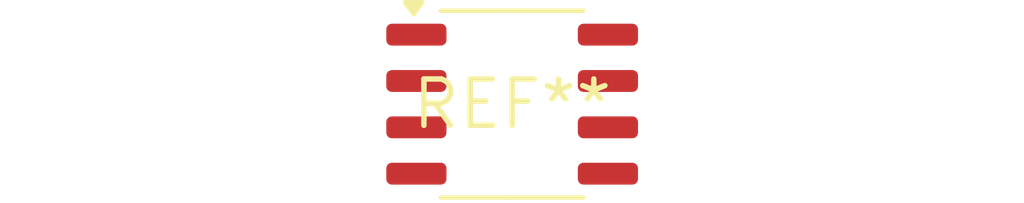
<source format=kicad_pcb>
(kicad_pcb (version 20240108) (generator pcbnew)
  (layers (0 "F.Cu" signal) (31 "B.Cu" signal) (34 "B.Paste" user) (35 "F.Paste" user) (36 "B.SilkS" user "B.Silkscreen") (37 "F.SilkS" user "F.Silkscreen") (38 "B.Mask" user) (39 "F.Mask" user) (44 "Edge.Cuts" user))
  (net 0 "")
  (footprint "SOP-8_3.9x4.9mm_P1.27mm" (layer "F.Cu") (at 0 0)
    (property "Reference" "REF**")
    (property "Value" "SOP-8_3.9x4.9mm_P1.27mm")
    (fp_line (start 0 -2.56) (end -1.95 -2.56) (layer "F.SilkS") (stroke (width 0.12)))
    (fp_line (start 0 -2.56) (end 1.95 -2.56) (layer "F.SilkS") (stroke (width 0.12)))
    (fp_line (start 0 2.56) (end -1.95 2.56) (layer "F.SilkS") (stroke (width 0.12)))
    (fp_line (start 0 2.56) (end 1.95 2.56) (layer "F.SilkS") (stroke (width 0.12)))
    (fp_poly (pts (xy -2.7 -2.465) (xy -2.94 -2.795) (xy -2.46 -2.795) (xy -2.7 -2.465)) (layer "F.SilkS") (stroke (width 0.12)) (fill solid))
    (pad "1" smd roundrect (at -2.625 -1.905) (size 1.65 0.6) (layers "F.Cu" "F.Paste" "F.Mask"))
    (pad "2" smd roundrect (at -2.625 -0.635) (size 1.65 0.6) (layers "F.Cu" "F.Paste" "F.Mask"))
    (pad "3" smd roundrect (at -2.625 0.635) (size 1.65 0.6) (layers "F.Cu" "F.Paste" "F.Mask"))
    (pad "4" smd roundrect (at -2.625 1.905) (size 1.65 0.6) (layers "F.Cu" "F.Paste" "F.Mask"))
    (pad "5" smd roundrect (at 2.625 1.905) (size 1.65 0.6) (layers "F.Cu" "F.Paste" "F.Mask"))
    (pad "6" smd roundrect (at 2.625 0.635) (size 1.65 0.6) (layers "F.Cu" "F.Paste" "F.Mask"))
    (pad "7" smd roundrect (at 2.625 -0.635) (size 1.65 0.6) (layers "F.Cu" "F.Paste" "F.Mask"))
    (pad "8" smd roundrect (at 2.625 -1.905) (size 1.65 0.6) (layers "F.Cu" "F.Paste" "F.Mask"))
  )
)
</source>
